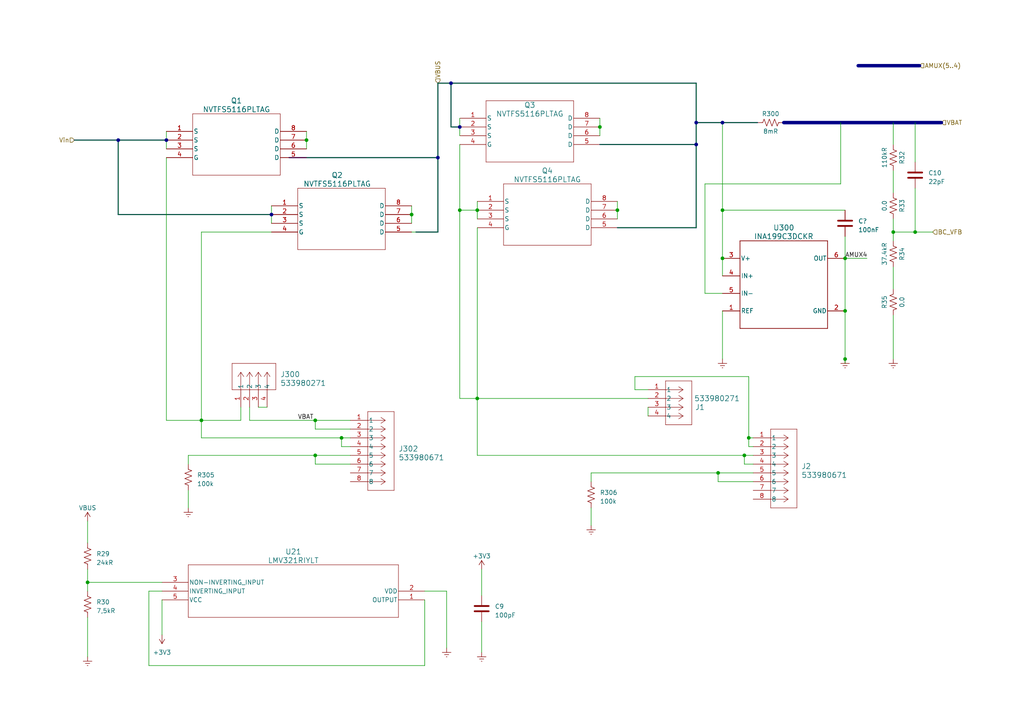
<source format=kicad_sch>
(kicad_sch (version 20230121) (generator eeschema)
  (paper "A4")
  (lib_symbols
    (symbol "533980271:533980271" (pin_names (offset 0.254))
      (property "Reference" "J" (at 8.89 6.35 0))
      (property "Value" "533980271" (at 0 0 0))
      (symbol "533980271_1_1"
        (polyline (pts (xy 5.08 -10.16) (xy 12.7 -10.16)) (stroke (width 0.127)))
        (polyline (pts (xy 5.08 2.54) (xy 5.08 -10.16)) (stroke (width 0.127)))
        (polyline (pts (xy 10.16 -7.62) (xy 5.08 -7.62)) (stroke (width 0.127)))
        (polyline (pts (xy 10.16 -7.62) (xy 8.89 -8.4667)) (stroke (width 0.127)))
        (polyline (pts (xy 10.16 -7.62) (xy 8.89 -6.7733)) (stroke (width 0.127)))
        (polyline (pts (xy 10.16 -5.08) (xy 5.08 -5.08)) (stroke (width 0.127)))
        (polyline (pts (xy 10.16 -5.08) (xy 8.89 -5.9267)) (stroke (width 0.127)))
        (polyline (pts (xy 10.16 -5.08) (xy 8.89 -4.2333)) (stroke (width 0.127)))
        (polyline (pts (xy 10.16 -2.54) (xy 5.08 -2.54)) (stroke (width 0.127)))
        (polyline (pts (xy 10.16 -2.54) (xy 8.89 -3.3867)) (stroke (width 0.127)))
        (polyline (pts (xy 10.16 -2.54) (xy 8.89 -1.6933)) (stroke (width 0.127)))
        (polyline (pts (xy 10.16 0) (xy 5.08 0)) (stroke (width 0.127)))
        (polyline (pts (xy 10.16 0) (xy 8.89 -0.8467)) (stroke (width 0.127)))
        (polyline (pts (xy 10.16 0) (xy 8.89 0.8467)) (stroke (width 0.127)))
        (polyline (pts (xy 12.7 -10.16) (xy 12.7 2.54)) (stroke (width 0.127)))
        (polyline (pts (xy 12.7 2.54) (xy 5.08 2.54)) (stroke (width 0.127)))
        (pin unspecified line (at 0 0 0) (length 5.08) (name "1") (number "1"))
        (pin unspecified line (at 0 -2.54 0) (length 5.08) (name "2") (number "2"))
        (pin unspecified line (at 0 -5.08 0) (length 5.08) (name "3") (number "3"))
        (pin unspecified line (at 0 -7.62 0) (length 5.08) (name "4") (number "4"))
      )
      (symbol "533980271_1_2"
        (polyline (pts (xy 5.08 -10.16) (xy 12.7 -10.16)) (stroke (width 0.127)))
        (polyline (pts (xy 5.08 2.54) (xy 5.08 -10.16)) (stroke (width 0.127)))
        (polyline (pts (xy 7.62 -7.62) (xy 5.08 -7.62)) (stroke (width 0.127)))
        (polyline (pts (xy 7.62 -7.62) (xy 8.89 -8.4667)) (stroke (width 0.127)))
        (polyline (pts (xy 7.62 -7.62) (xy 8.89 -6.7733)) (stroke (width 0.127)))
        (polyline (pts (xy 7.62 -5.08) (xy 5.08 -5.08)) (stroke (width 0.127)))
        (polyline (pts (xy 7.62 -5.08) (xy 8.89 -5.9267)) (stroke (width 0.127)))
        (polyline (pts (xy 7.62 -5.08) (xy 8.89 -4.2333)) (stroke (width 0.127)))
        (polyline (pts (xy 7.62 -2.54) (xy 5.08 -2.54)) (stroke (width 0.127)))
        (polyline (pts (xy 7.62 -2.54) (xy 8.89 -3.3867)) (stroke (width 0.127)))
        (polyline (pts (xy 7.62 -2.54) (xy 8.89 -1.6933)) (stroke (width 0.127)))
        (polyline (pts (xy 7.62 0) (xy 5.08 0)) (stroke (width 0.127)))
        (polyline (pts (xy 7.62 0) (xy 8.89 -0.8467)) (stroke (width 0.127)))
        (polyline (pts (xy 7.62 0) (xy 8.89 0.8467)) (stroke (width 0.127)))
        (polyline (pts (xy 12.7 -10.16) (xy 12.7 2.54)) (stroke (width 0.127)))
        (polyline (pts (xy 12.7 2.54) (xy 5.08 2.54)) (stroke (width 0.127)))
        (pin unspecified line (at 0 0 0) (length 5.08) (name "1") (number "1"))
        (pin unspecified line (at 0 -2.54 0) (length 5.08) (name "2") (number "2"))
        (pin unspecified line (at 0 -5.08 0) (length 5.08) (name "3") (number "3"))
        (pin unspecified line (at 0 -7.62 0) (length 5.08) (name "4") (number "4"))
      )
    )
    (symbol "533980671:533980671" (pin_names (offset 0.254))
      (property "Reference" "J" (at 8.89 6.35 0))
      (property "Value" "533980671" (at 0 0 0))
      (symbol "533980671_1_1"
        (polyline (pts (xy 5.08 -20.32) (xy 12.7 -20.32)) (stroke (width 0.127)))
        (polyline (pts (xy 5.08 2.54) (xy 5.08 -20.32)) (stroke (width 0.127)))
        (polyline (pts (xy 10.16 -17.78) (xy 5.08 -17.78)) (stroke (width 0.127)))
        (polyline (pts (xy 10.16 -17.78) (xy 8.89 -18.6267)) (stroke (width 0.127)))
        (polyline (pts (xy 10.16 -17.78) (xy 8.89 -16.9333)) (stroke (width 0.127)))
        (polyline (pts (xy 10.16 -15.24) (xy 5.08 -15.24)) (stroke (width 0.127)))
        (polyline (pts (xy 10.16 -15.24) (xy 8.89 -16.0867)) (stroke (width 0.127)))
        (polyline (pts (xy 10.16 -15.24) (xy 8.89 -14.3933)) (stroke (width 0.127)))
        (polyline (pts (xy 10.16 -12.7) (xy 5.08 -12.7)) (stroke (width 0.127)))
        (polyline (pts (xy 10.16 -12.7) (xy 8.89 -13.5467)) (stroke (width 0.127)))
        (polyline (pts (xy 10.16 -12.7) (xy 8.89 -11.8533)) (stroke (width 0.127)))
        (polyline (pts (xy 10.16 -10.16) (xy 5.08 -10.16)) (stroke (width 0.127)))
        (polyline (pts (xy 10.16 -10.16) (xy 8.89 -11.0067)) (stroke (width 0.127)))
        (polyline (pts (xy 10.16 -10.16) (xy 8.89 -9.3133)) (stroke (width 0.127)))
        (polyline (pts (xy 10.16 -7.62) (xy 5.08 -7.62)) (stroke (width 0.127)))
        (polyline (pts (xy 10.16 -7.62) (xy 8.89 -8.4667)) (stroke (width 0.127)))
        (polyline (pts (xy 10.16 -7.62) (xy 8.89 -6.7733)) (stroke (width 0.127)))
        (polyline (pts (xy 10.16 -5.08) (xy 5.08 -5.08)) (stroke (width 0.127)))
        (polyline (pts (xy 10.16 -5.08) (xy 8.89 -5.9267)) (stroke (width 0.127)))
        (polyline (pts (xy 10.16 -5.08) (xy 8.89 -4.2333)) (stroke (width 0.127)))
        (polyline (pts (xy 10.16 -2.54) (xy 5.08 -2.54)) (stroke (width 0.127)))
        (polyline (pts (xy 10.16 -2.54) (xy 8.89 -3.3867)) (stroke (width 0.127)))
        (polyline (pts (xy 10.16 -2.54) (xy 8.89 -1.6933)) (stroke (width 0.127)))
        (polyline (pts (xy 10.16 0) (xy 5.08 0)) (stroke (width 0.127)))
        (polyline (pts (xy 10.16 0) (xy 8.89 -0.8467)) (stroke (width 0.127)))
        (polyline (pts (xy 10.16 0) (xy 8.89 0.8467)) (stroke (width 0.127)))
        (polyline (pts (xy 12.7 -20.32) (xy 12.7 2.54)) (stroke (width 0.127)))
        (polyline (pts (xy 12.7 2.54) (xy 5.08 2.54)) (stroke (width 0.127)))
        (pin unspecified line (at 0 0 0) (length 5.08) (name "1") (number "1"))
        (pin unspecified line (at 0 -2.54 0) (length 5.08) (name "2") (number "2"))
        (pin unspecified line (at 0 -5.08 0) (length 5.08) (name "3") (number "3"))
        (pin unspecified line (at 0 -7.62 0) (length 5.08) (name "4") (number "4"))
        (pin unspecified line (at 0 -10.16 0) (length 5.08) (name "5") (number "5"))
        (pin unspecified line (at 0 -12.7 0) (length 5.08) (name "6") (number "6"))
        (pin unspecified line (at 0 -15.24 0) (length 5.08) (name "7") (number "7"))
        (pin unspecified line (at 0 -17.78 0) (length 5.08) (name "8") (number "8"))
      )
      (symbol "533980671_1_2"
        (polyline (pts (xy 5.08 -20.32) (xy 12.7 -20.32)) (stroke (width 0.127)))
        (polyline (pts (xy 5.08 2.54) (xy 5.08 -20.32)) (stroke (width 0.127)))
        (polyline (pts (xy 7.62 -17.78) (xy 5.08 -17.78)) (stroke (width 0.127)))
        (polyline (pts (xy 7.62 -17.78) (xy 8.89 -18.6267)) (stroke (width 0.127)))
        (polyline (pts (xy 7.62 -17.78) (xy 8.89 -16.9333)) (stroke (width 0.127)))
        (polyline (pts (xy 7.62 -15.24) (xy 5.08 -15.24)) (stroke (width 0.127)))
        (polyline (pts (xy 7.62 -15.24) (xy 8.89 -16.0867)) (stroke (width 0.127)))
        (polyline (pts (xy 7.62 -15.24) (xy 8.89 -14.3933)) (stroke (width 0.127)))
        (polyline (pts (xy 7.62 -12.7) (xy 5.08 -12.7)) (stroke (width 0.127)))
        (polyline (pts (xy 7.62 -12.7) (xy 8.89 -13.5467)) (stroke (width 0.127)))
        (polyline (pts (xy 7.62 -12.7) (xy 8.89 -11.8533)) (stroke (width 0.127)))
        (polyline (pts (xy 7.62 -10.16) (xy 5.08 -10.16)) (stroke (width 0.127)))
        (polyline (pts (xy 7.62 -10.16) (xy 8.89 -11.0067)) (stroke (width 0.127)))
        (polyline (pts (xy 7.62 -10.16) (xy 8.89 -9.3133)) (stroke (width 0.127)))
        (polyline (pts (xy 7.62 -7.62) (xy 5.08 -7.62)) (stroke (width 0.127)))
        (polyline (pts (xy 7.62 -7.62) (xy 8.89 -8.4667)) (stroke (width 0.127)))
        (polyline (pts (xy 7.62 -7.62) (xy 8.89 -6.7733)) (stroke (width 0.127)))
        (polyline (pts (xy 7.62 -5.08) (xy 5.08 -5.08)) (stroke (width 0.127)))
        (polyline (pts (xy 7.62 -5.08) (xy 8.89 -5.9267)) (stroke (width 0.127)))
        (polyline (pts (xy 7.62 -5.08) (xy 8.89 -4.2333)) (stroke (width 0.127)))
        (polyline (pts (xy 7.62 -2.54) (xy 5.08 -2.54)) (stroke (width 0.127)))
        (polyline (pts (xy 7.62 -2.54) (xy 8.89 -3.3867)) (stroke (width 0.127)))
        (polyline (pts (xy 7.62 -2.54) (xy 8.89 -1.6933)) (stroke (width 0.127)))
        (polyline (pts (xy 7.62 0) (xy 5.08 0)) (stroke (width 0.127)))
        (polyline (pts (xy 7.62 0) (xy 8.89 -0.8467)) (stroke (width 0.127)))
        (polyline (pts (xy 7.62 0) (xy 8.89 0.8467)) (stroke (width 0.127)))
        (polyline (pts (xy 12.7 -20.32) (xy 12.7 2.54)) (stroke (width 0.127)))
        (polyline (pts (xy 12.7 2.54) (xy 5.08 2.54)) (stroke (width 0.127)))
        (pin unspecified line (at 0 0 0) (length 5.08) (name "1") (number "1"))
        (pin unspecified line (at 0 -2.54 0) (length 5.08) (name "2") (number "2"))
        (pin unspecified line (at 0 -5.08 0) (length 5.08) (name "3") (number "3"))
        (pin unspecified line (at 0 -7.62 0) (length 5.08) (name "4") (number "4"))
        (pin unspecified line (at 0 -10.16 0) (length 5.08) (name "5") (number "5"))
        (pin unspecified line (at 0 -12.7 0) (length 5.08) (name "6") (number "6"))
        (pin unspecified line (at 0 -15.24 0) (length 5.08) (name "7") (number "7"))
        (pin unspecified line (at 0 -17.78 0) (length 5.08) (name "8") (number "8"))
      )
    )
    (symbol "Device:C" (pin_numbers hide) (pin_names (offset 0.254))
      (property "Reference" "C" (at 0.635 2.54 0))
      (property "Value" "C" (at 0.635 -2.54 0))
      (symbol "C_0_1"
        (polyline (pts (xy -2.032 -0.762) (xy 2.032 -0.762)) (stroke (width 0.508)))
        (polyline (pts (xy -2.032 0.762) (xy 2.032 0.762)) (stroke (width 0.508)))
      )
      (symbol "C_1_1"
        (pin passive line (at 0 3.81 270) (length 2.794) (name "~") (number "1"))
        (pin passive line (at 0 -3.81 90) (length 2.794) (name "~") (number "2"))
      )
    )
    (symbol "Device:R_US" (pin_numbers hide) (pin_names (offset 0))
      (property "Reference" "R" (at 2.54 0 90))
      (property "Value" "R_US" (at -2.54 0 90))
      (symbol "R_US_0_1"
        (polyline (pts (xy 0 -2.286) (xy 0 -2.54)))
        (polyline (pts (xy 0 2.286) (xy 0 2.54)))
        (polyline (pts (xy 0 -0.762) (xy 1.016 -1.143) (xy 0 -1.524) (xy -1.016 -1.905) (xy 0 -2.286)))
        (polyline (pts (xy 0 0.762) (xy 1.016 0.381) (xy 0 0) (xy -1.016 -0.381) (xy 0 -0.762)))
        (polyline (pts (xy 0 2.286) (xy 1.016 1.905) (xy 0 1.524) (xy -1.016 1.143) (xy 0 0.762)))
      )
      (symbol "R_US_1_1"
        (pin passive line (at 0 3.81 270) (length 1.27) (name "~") (number "1"))
        (pin passive line (at 0 -3.81 90) (length 1.27) (name "~") (number "2"))
      )
    )
    (symbol "INA199C3DCKR:INA199C3DCKR" (pin_names (offset 0.254))
      (property "Reference" "U" (at 0 2.54 0))
      (property "Value" "INA199C3DCKR" (at 0 0 0))
      (symbol "INA199C3DCKR_0_1"
        (polyline (pts (xy -12.7 -12.7) (xy 12.7 -12.7)) (stroke (width 0.2032)))
        (polyline (pts (xy -12.7 12.7) (xy -12.7 -12.7)) (stroke (width 0.2032)))
        (polyline (pts (xy 12.7 -12.7) (xy 12.7 12.7)) (stroke (width 0.2032)))
        (polyline (pts (xy 12.7 12.7) (xy -12.7 12.7)) (stroke (width 0.2032)))
        (pin input line (at -17.78 -7.62 0) (length 5.08) (name "REF") (number "1"))
        (pin power_in line (at 17.78 -7.62 180) (length 5.08) (name "GND") (number "2"))
        (pin power_in line (at -17.78 7.62 0) (length 5.08) (name "V+") (number "3"))
        (pin input line (at -17.78 2.54 0) (length 5.08) (name "IN+") (number "4"))
        (pin input line (at -17.78 -2.54 0) (length 5.08) (name "IN-") (number "5"))
        (pin output line (at 17.78 7.62 180) (length 5.08) (name "OUT") (number "6"))
      )
    )
    (symbol "LMV321RIYLT:LMV321RIYLT" (pin_names (offset 0.254))
      (property "Reference" "U" (at 38.1 10.16 0))
      (property "Value" "LMV321RIYLT" (at 38.1 7.62 0))
      (symbol "LMV321RIYLT_0_1"
        (polyline (pts (xy 7.62 -10.16) (xy 68.58 -10.16)) (stroke (width 0.127)))
        (polyline (pts (xy 7.62 5.08) (xy 7.62 -10.16)) (stroke (width 0.127)))
        (polyline (pts (xy 68.58 -10.16) (xy 68.58 5.08)) (stroke (width 0.127)))
        (polyline (pts (xy 68.58 5.08) (xy 7.62 5.08)) (stroke (width 0.127)))
        (pin output line (at 0 0 0) (length 7.62) (name "OUTPUT") (number "1"))
        (pin power_in line (at 0 -2.54 0) (length 7.62) (name "VDD") (number "2"))
        (pin input line (at 76.2 -5.08 180) (length 7.62) (name "NON-INVERTING_INPUT") (number "3"))
        (pin input line (at 76.2 -2.54 180) (length 7.62) (name "INVERTING_INPUT") (number "4"))
        (pin power_in line (at 76.2 0 180) (length 7.62) (name "VCC") (number "5"))
      )
    )
    (symbol "NVTFS5116PLTAG:NVTFS5116PLTAG" (pin_names (offset 0.254))
      (property "Reference" "U" (at 20.32 10.16 0))
      (property "Value" "NVTFS5116PLTAG" (at 20.32 7.62 0))
      (symbol "NVTFS5116PLTAG_0_1"
        (polyline (pts (xy 7.62 -12.7) (xy 33.02 -12.7)) (stroke (width 0.127)))
        (polyline (pts (xy 7.62 5.08) (xy 7.62 -12.7)) (stroke (width 0.127)))
        (polyline (pts (xy 33.02 -12.7) (xy 33.02 5.08)) (stroke (width 0.127)))
        (polyline (pts (xy 33.02 5.08) (xy 7.62 5.08)) (stroke (width 0.127)))
        (pin input line (at 0 0 0) (length 7.62) (name "S") (number "1"))
        (pin input line (at 0 -2.54 0) (length 7.62) (name "S") (number "2"))
        (pin input line (at 0 -5.08 0) (length 7.62) (name "S") (number "3"))
        (pin unspecified line (at 0 -7.62 0) (length 7.62) (name "G") (number "4"))
        (pin output line (at 40.64 -7.62 180) (length 7.62) (name "D") (number "5"))
        (pin output line (at 40.64 -5.08 180) (length 7.62) (name "D") (number "6"))
        (pin output line (at 40.64 -2.54 180) (length 7.62) (name "D") (number "7"))
        (pin output line (at 40.64 0 180) (length 7.62) (name "D") (number "8"))
      )
    )
    (symbol "power:+3V3" (power) (pin_names (offset 0))
      (property "Value" "+3V3" (at 0 3.556 0))
      (symbol "+3V3_0_1"
        (polyline (pts (xy -0.762 1.27) (xy 0 2.54)))
        (polyline (pts (xy 0 0) (xy 0 2.54)))
        (polyline (pts (xy 0 2.54) (xy 0.762 1.27)))
      )
      (symbol "+3V3_1_1"
        (pin power_in line (at 0 0 90) (length 0) hide (name "+3V3") (number "1"))
      )
    )
    (symbol "power:Earth" (power) (pin_names (offset 0))
      (symbol "Earth_0_1"
        (polyline (pts (xy -0.635 -1.905) (xy 0.635 -1.905)))
        (polyline (pts (xy -0.127 -2.54) (xy 0.127 -2.54)))
        (polyline (pts (xy 0 -1.27) (xy 0 0)))
        (polyline (pts (xy 1.27 -1.27) (xy -1.27 -1.27)))
      )
      (symbol "Earth_1_1"
        (pin power_in line (at 0 0 270) (length 0) hide (name "Earth") (number "1"))
      )
    )
    (symbol "power:VBUS" (power) (pin_names (offset 0))
      (property "Value" "VBUS" (at 0 3.81 0))
      (symbol "VBUS_0_1"
        (polyline (pts (xy -0.762 1.27) (xy 0 2.54)))
        (polyline (pts (xy 0 0) (xy 0 2.54)))
        (polyline (pts (xy 0 2.54) (xy 0.762 1.27)))
      )
      (symbol "VBUS_1_1"
        (pin power_in line (at 0 0 90) (length 0) hide (name "VBUS") (number "1"))
      )
    )
  )
  (junction (at 48.26 40.64))
  (junction (at 130.81 24.13))
  (junction (at 34.29 40.64))
  (junction (at 208.28 137.16))
  (junction (at 209.55 35.56))
  (junction (at 78.74 62.23))
  (junction (at 91.44 132.08))
  (junction (at 201.93 41.91))
  (junction (at 259.08 67.31))
  (junction (at 133.35 60.96))
  (junction (at 58.42 121.92))
  (junction (at 209.55 60.96))
  (junction (at 245.11 90.17))
  (junction (at 119.38 62.23))
  (junction (at 138.43 115.57))
  (junction (at 173.99 36.83))
  (junction (at 215.9 132.08))
  (junction (at 245.11 104.14))
  (junction (at 209.55 74.93))
  (junction (at 245.11 74.93))
  (junction (at 88.9 40.64))
  (junction (at 201.93 35.56))
  (junction (at 127 45.72))
  (junction (at 25.4 168.91))
  (junction (at 99.06 127))
  (junction (at 91.44 121.92))
  (junction (at 217.17 127))
  (junction (at 265.43 67.31))
  (junction (at 133.35 36.83))
  (junction (at 179.07 60.96))
  (junction (at 138.43 60.96))
  (bus (pts (xy 21.59 40.64) (xy 34.29 40.64)))
  (bus (pts (xy 201.93 35.56) (xy 209.55 35.56)))
  (wire (pts (xy 21.59 40.64) (xy 34.29 40.64)))
  (wire (pts (xy 43.18 171.45) (xy 46.99 171.45)))
  (wire (pts (xy 101.6 134.62) (xy 91.44 134.62)))
  (wire (pts (xy 127 45.72) (xy 127 67.31)))
  (wire (pts (xy 101.6 127) (xy 99.06 127)))
  (wire (pts (xy 25.4 151.13) (xy 25.4 157.48)))
  (wire (pts (xy 91.44 121.92) (xy 101.6 121.92)))
  (wire (pts (xy 48.26 38.1) (xy 48.26 40.64)))
  (bus (pts (xy 83.82 45.72) (xy 127 45.72)))
  (bus (pts (xy 227.33 35.56) (xy 273.05 35.56)) (stroke (width 1)))
  (wire (pts (xy 245.11 74.93) (xy 251.46 74.93)))
  (wire (pts (xy 25.4 165.1) (xy 25.4 168.91)))
  (wire (pts (xy 91.44 124.46) (xy 91.44 121.92)))
  (wire (pts (xy 119.38 67.31) (xy 127 67.31)))
  (wire (pts (xy 78.74 62.23) (xy 78.74 64.77)))
  (wire (pts (xy 179.07 58.42) (xy 179.07 60.96)))
  (wire (pts (xy 201.93 41.91) (xy 201.93 66.04)))
  (wire (pts (xy 54.61 132.08) (xy 91.44 132.08)))
  (wire (pts (xy 127 24.13) (xy 130.81 24.13)))
  (wire (pts (xy 138.43 132.08) (xy 138.43 115.57)))
  (bus (pts (xy 173.99 41.91) (xy 201.93 41.91)))
  (bus (pts (xy 34.29 40.64) (xy 48.26 40.64)))
  (wire (pts (xy 259.08 35.56) (xy 259.08 41.91)))
  (bus (pts (xy 34.29 40.64) (xy 34.29 62.23)))
  (wire (pts (xy 25.4 168.91) (xy 25.4 171.45)))
  (wire (pts (xy 209.55 85.09) (xy 204.47 85.09)))
  (wire (pts (xy 218.44 129.54) (xy 217.17 129.54)))
  (wire (pts (xy 217.17 129.54) (xy 217.17 127)))
  (wire (pts (xy 88.9 38.1) (xy 88.9 40.64)))
  (wire (pts (xy 130.81 36.83) (xy 130.81 24.13)))
  (wire (pts (xy 58.42 121.92) (xy 69.85 121.92)))
  (wire (pts (xy 78.74 59.69) (xy 78.74 62.23)))
  (wire (pts (xy 130.81 24.13) (xy 201.93 24.13)))
  (wire (pts (xy 91.44 132.08) (xy 101.6 132.08)))
  (wire (pts (xy 173.99 41.91) (xy 201.93 41.91)))
  (bus (pts (xy 201.93 35.56) (xy 201.93 41.91)))
  (wire (pts (xy 43.18 193.04) (xy 123.19 193.04)))
  (wire (pts (xy 201.93 66.04) (xy 179.07 66.04)))
  (wire (pts (xy 138.43 60.96) (xy 138.43 63.5)))
  (wire (pts (xy 58.42 121.92) (xy 58.42 127)))
  (bus (pts (xy 201.93 24.13) (xy 201.93 35.56)))
  (wire (pts (xy 123.19 171.45) (xy 129.54 171.45)))
  (wire (pts (xy 58.42 67.31) (xy 78.74 67.31)))
  (wire (pts (xy 43.18 193.04) (xy 43.18 171.45)))
  (wire (pts (xy 48.26 121.92) (xy 58.42 121.92)))
  (wire (pts (xy 201.93 24.13) (xy 201.93 35.56)))
  (wire (pts (xy 46.99 168.91) (xy 25.4 168.91)))
  (wire (pts (xy 215.9 134.62) (xy 215.9 132.08)))
  (wire (pts (xy 259.08 67.31) (xy 259.08 69.85)))
  (wire (pts (xy 265.43 46.99) (xy 265.43 35.56)))
  (wire (pts (xy 209.55 74.93) (xy 209.55 80.01)))
  (wire (pts (xy 259.08 67.31) (xy 265.43 67.31)))
  (wire (pts (xy 58.42 67.31) (xy 58.42 121.92)))
  (wire (pts (xy 259.08 77.47) (xy 259.08 83.82)))
  (wire (pts (xy 138.43 115.57) (xy 187.96 115.57)))
  (wire (pts (xy 245.11 104.14) (xy 245.11 105.41)))
  (wire (pts (xy 88.9 45.72) (xy 127 45.72)))
  (wire (pts (xy 133.35 60.96) (xy 138.43 60.96)))
  (wire (pts (xy 54.61 132.08) (xy 54.61 134.62)))
  (wire (pts (xy 78.74 62.23) (xy 34.29 62.23)))
  (wire (pts (xy 91.44 134.62) (xy 91.44 132.08)))
  (bus (pts (xy 209.55 35.56) (xy 219.71 35.56)))
  (wire (pts (xy 129.54 171.45) (xy 129.54 187.96)))
  (wire (pts (xy 184.15 109.22) (xy 217.17 109.22)))
  (wire (pts (xy 138.43 66.04) (xy 138.43 115.57)))
  (wire (pts (xy 204.47 85.09) (xy 204.47 53.34)))
  (bus (pts (xy 201.93 66.04) (xy 201.93 41.91)))
  (wire (pts (xy 171.45 137.16) (xy 208.28 137.16)))
  (wire (pts (xy 209.55 60.96) (xy 245.11 60.96)))
  (wire (pts (xy 133.35 115.57) (xy 138.43 115.57)))
  (wire (pts (xy 74.93 118.11) (xy 77.47 118.11)))
  (wire (pts (xy 208.28 137.16) (xy 218.44 137.16)))
  (wire (pts (xy 133.35 60.96) (xy 133.35 115.57)))
  (wire (pts (xy 34.29 62.23) (xy 34.29 40.64)))
  (bus (pts (xy 127 24.13) (xy 127 45.72)))
  (wire (pts (xy 54.61 147.32) (xy 54.61 142.24)))
  (wire (pts (xy 243.84 53.34) (xy 243.84 35.56)))
  (wire (pts (xy 69.85 118.11) (xy 69.85 121.92)))
  (wire (pts (xy 88.9 40.64) (xy 88.9 43.18)))
  (wire (pts (xy 187.96 118.11) (xy 187.96 120.65)))
  (wire (pts (xy 138.43 58.42) (xy 138.43 60.96)))
  (bus (pts (xy 248.92 19.05) (xy 266.7 19.05)) (stroke (width 1)))
  (wire (pts (xy 119.38 59.69) (xy 119.38 62.23)))
  (wire (pts (xy 123.19 193.04) (xy 123.19 173.99)))
  (wire (pts (xy 99.06 129.54) (xy 99.06 127)))
  (wire (pts (xy 58.42 127) (xy 99.06 127)))
  (wire (pts (xy 179.07 60.96) (xy 179.07 63.5)))
  (wire (pts (xy 139.7 165.1) (xy 139.7 172.72)))
  (wire (pts (xy 48.26 45.72) (xy 48.26 121.92)))
  (wire (pts (xy 218.44 132.08) (xy 215.9 132.08)))
  (wire (pts (xy 138.43 132.08) (xy 215.9 132.08)))
  (wire (pts (xy 265.43 67.31) (xy 270.51 67.31)))
  (bus (pts (xy 127 67.31) (xy 127 45.72)))
  (wire (pts (xy 218.44 134.62) (xy 215.9 134.62)))
  (wire (pts (xy 208.28 139.7) (xy 208.28 137.16)))
  (wire (pts (xy 34.29 40.64) (xy 48.26 40.64)))
  (bus (pts (xy 130.81 36.83) (xy 133.35 36.83)))
  (wire (pts (xy 173.99 36.83) (xy 173.99 39.37)))
  (wire (pts (xy 259.08 91.44) (xy 259.08 104.14)))
  (wire (pts (xy 187.96 113.03) (xy 184.15 113.03)))
  (wire (pts (xy 217.17 127) (xy 218.44 127)))
  (wire (pts (xy 209.55 90.17) (xy 209.55 104.14)))
  (bus (pts (xy 179.07 66.04) (xy 201.93 66.04)))
  (bus (pts (xy 127 24.13) (xy 130.81 24.13)))
  (wire (pts (xy 184.15 113.03) (xy 184.15 109.22)))
  (wire (pts (xy 245.11 74.93) (xy 245.11 90.17)))
  (wire (pts (xy 139.7 180.34) (xy 139.7 189.23)))
  (wire (pts (xy 245.11 90.17) (xy 245.11 104.14)))
  (wire (pts (xy 133.35 34.29) (xy 133.35 36.83)))
  (wire (pts (xy 209.55 35.56) (xy 209.55 60.96)))
  (wire (pts (xy 72.39 118.11) (xy 72.39 121.92)))
  (wire (pts (xy 201.93 35.56) (xy 209.55 35.56)))
  (wire (pts (xy 218.44 139.7) (xy 208.28 139.7)))
  (wire (pts (xy 245.11 68.58) (xy 245.11 74.93)))
  (bus (pts (xy 34.29 62.23) (xy 78.74 62.23)))
  (wire (pts (xy 201.93 35.56) (xy 201.93 41.91)))
  (wire (pts (xy 171.45 137.16) (xy 171.45 139.7)))
  (bus (pts (xy 120.65 67.31) (xy 127 67.31)))
  (wire (pts (xy 204.47 53.34) (xy 243.84 53.34)))
  (wire (pts (xy 209.55 60.96) (xy 209.55 74.93)))
  (wire (pts (xy 265.43 67.31) (xy 265.43 54.61)))
  (wire (pts (xy 48.26 40.64) (xy 48.26 43.18)))
  (wire (pts (xy 133.35 41.91) (xy 133.35 60.96)))
  (wire (pts (xy 119.38 62.23) (xy 119.38 64.77)))
  (bus (pts (xy 130.81 24.13) (xy 201.93 24.13)))
  (wire (pts (xy 72.39 121.92) (xy 91.44 121.92)))
  (wire (pts (xy 259.08 63.5) (xy 259.08 67.31)))
  (wire (pts (xy 25.4 190.5) (xy 25.4 179.07)))
  (wire (pts (xy 133.35 36.83) (xy 130.81 36.83)))
  (wire (pts (xy 259.08 49.53) (xy 259.08 55.88)))
  (wire (pts (xy 217.17 109.22) (xy 217.17 127)))
  (wire (pts (xy 209.55 35.56) (xy 219.71 35.56)))
  (wire (pts (xy 133.35 36.83) (xy 133.35 39.37)))
  (wire (pts (xy 171.45 152.4) (xy 171.45 147.32)))
  (wire (pts (xy 127 45.72) (xy 127 24.13)))
  (wire (pts (xy 101.6 124.46) (xy 91.44 124.46)))
  (wire (pts (xy 46.99 173.99) (xy 46.99 184.15)))
  (wire (pts (xy 101.6 129.54) (xy 99.06 129.54)))
  (bus (pts (xy 130.81 24.13) (xy 130.81 36.83)))
  (wire (pts (xy 173.99 34.29) (xy 173.99 36.83)))
  (label "VBAT" (at 86.36 121.92 0))
  (label "AMUX4" (at 245.11 74.93 0))
  (hierarchical_label "BC_VFB" (shape input) (at 270.51 67.31 0))
  (hierarchical_label "Vin" (shape input) (at 21.59 40.64 180))
  (hierarchical_label "AMUX(5..4)" (shape input) (at 266.7 19.05 0))
  (hierarchical_label "VBAT" (shape input) (at 273.05 35.56 0))
  (hierarchical_label "VBUS" (shape input) (at 127 24.13 90))
  (symbol (lib_id "533980271:533980271") (at 69.85 118.11 90) (unit 1)
    (property "Reference" "J300" (at 81.28 108.585 90) (effects (font (size 1.524 1.524)) (justify right)))
    (property "Value" "533980271" (at 81.28 111.125 90) (effects (font (size 1.524 1.524)) (justify right)))
    (property "Footprint" "CON_533980271" (effects hide))
    (property "Datasheet" "533980271" (effects hide))
    (instances (project "EPS Analógico 2.0" (path "" (reference "J300") (unit 1)) (path "" (reference "J15") (unit 1))) (project "Pag4" (path "" (reference "J1") (unit 1))))
  )
  (symbol (lib_id "INA199C3DCKR:INA199C3DCKR") (at 227.33 82.55 0) (unit 1)
    (property "Reference" "U300" (at 227.33 66.04 0) (effects (font (size 1.524 1.524))))
    (property "Value" "INA199C3DCKR" (at 227.33 68.58 0) (effects (font (size 1.524 1.524))))
    (property "Footprint" "DCK0006A_N" (effects hide))
    (property "Datasheet" "INA199C3DCKR" (effects hide))
    (instances (project "EPS Analógico 2.0" (path "" (reference "U300") (unit 1)) (path "" (reference "U38") (unit 1))) (project "Pag4" (path "" (reference "U2") (unit 1))) (project "esquematico 3" (path "" (reference "U300") (unit 1))))
  )
  (symbol (lib_id "Device:C") (at 245.11 64.77 0) (unit 1)
    (property "Reference" "C?" (at 248.92 64.135 0) (effects (justify left)))
    (property "Value" "100nF" (at 248.92 66.675 0) (effects (justify left)))
    (instances (project "EPS Analógico 2.0" (path "" (reference "C?") (unit 1)) (path "" (reference "C96") (unit 1))) (project "Pag4" (path "" (reference "C2") (unit 1))) (project "esquematico 3" (path "" (reference "C300") (unit 1))))
  )
  (symbol (lib_id "Device:C") (at 139.7 176.53 0) (unit 1)
    (property "Reference" "C9" (at 143.51 175.895 0) (effects (justify left)))
    (property "Value" "100pF" (at 143.51 178.435 0) (effects (justify left)))
    (instances (project "EPS Analógico 2.0" (path "" (reference "C9") (unit 1)) (path "" (reference "C95") (unit 1))) (project "Pag4" (path "" (reference "C1") (unit 1))) (project "esquematico 3" (path "" (reference "C301") (unit 1))))
  )
  (symbol (lib_id "Device:R_US") (at 223.52 35.56 90) (unit 1)
    (property "Reference" "R300" (at 223.52 33.02 90))
    (property "Value" "8mR" (at 223.52 38.1 90))
    (instances (project "EPS Analógico 2.0" (path "" (reference "R300") (unit 1)) (path "" (reference "R116") (unit 1))) (project "Pag4" (path "" (reference "R5") (unit 1))) (project "esquematico 3" (path "" (reference "R300") (unit 1))))
  )
  (symbol (lib_id "NVTFS5116PLTAG:NVTFS5116PLTAG") (at 78.74 59.69 0) (unit 1)
    (property "Reference" "Q2" (at 97.79 50.8 0) (effects (font (size 1.524 1.524))))
    (property "Value" "NVTFS5116PLTAG" (at 97.79 53.34 0) (effects (font (size 1.524 1.524))))
    (property "Footprint" "WDFN8_3P30X3P30_ONS" (effects hide))
    (property "Datasheet" "NVTFS5116PLTAG" (effects hide))
    (instances (project "EPS Analógico 2.0" (path "" (reference "Q2") (unit 1)) (path "" (reference "Q19") (unit 1))) (project "Pag4" (path "" (reference "Q2") (unit 1))) (project "esquematico 3" (path "" (reference "Q302") (unit 1))))
  )
  (symbol (lib_id "power:Earth") (at 171.45 152.4 0) (unit 1)
    (property "Reference" "#PWR072" (effects hide))
    (property "Value" "Earth" (effects hide))
    (instances (project "EPS Analógico 2.0" (path "" (reference "#PWR072") (unit 1)) (path "" (reference "#PWR0128") (unit 1))) (project "Pag4" (path "" (reference "#PWR08") (unit 1))) (project "esquematico 3" (path "" (reference "#PWR01") (unit 1))))
  )
  (symbol (lib_id "power:+3V3") (at 139.7 165.1 0) (unit 1)
    (property "Reference" "#PWR040" (effects hide))
    (property "Value" "+3V3" (at 139.7 161.29 0))
    (instances (project "EPS Analógico 2.0" (path "" (reference "#PWR040") (unit 1)) (path "" (reference "#PWR0126") (unit 1))) (project "Pag4" (path "" (reference "#PWR06") (unit 1))) (project "esquematico 3" (path "" (reference "#PWR03") (unit 1))))
  )
  (symbol (lib_id "533980671:533980671") (at 101.6 121.92 0) (unit 1)
    (property "Reference" "J302" (at 115.57 130.175 0) (effects (font (size 1.524 1.524)) (justify left)))
    (property "Value" "533980671" (at 115.57 132.715 0) (effects (font (size 1.524 1.524)) (justify left)))
    (property "Footprint" "CON_533980671" (effects hide))
    (property "Datasheet" "533980671" (effects hide))
    (instances (project "EPS Analógico 2.0" (path "" (reference "J302") (unit 1)) (path "" (reference "J16") (unit 1))) (project "Pag4" (path "" (reference "J2") (unit 1))))
  )
  (symbol (lib_id "Device:C") (at 265.43 50.8 0) (unit 1)
    (property "Reference" "C10" (at 269.24 50.165 0) (effects (justify left)))
    (property "Value" "22pF" (at 269.24 52.705 0) (effects (justify left)))
    (instances (project "EPS Analógico 2.0" (path "" (reference "C10") (unit 1)) (path "" (reference "C97") (unit 1))) (project "Pag4" (path "" (reference "C3") (unit 1))) (project "esquematico 3" (path "" (reference "C300") (unit 1))))
  )
  (symbol (lib_id "Device:R_US") (at 171.45 143.51 0) (unit 1)
    (property "Reference" "R306" (at 173.99 142.875 0) (effects (justify left)))
    (property "Value" "100k" (at 173.99 145.415 0) (effects (justify left)))
    (instances (project "EPS Analógico 2.0" (path "" (reference "R306") (unit 1)) (path "" (reference "R115") (unit 1))) (project "Pag4" (path "" (reference "R4") (unit 1))) (project "esquematico 3" (path "" (reference "R308") (unit 1))))
  )
  (symbol (lib_id "power:Earth") (at 54.61 147.32 0) (unit 1)
    (property "Reference" "#PWR071" (effects hide))
    (property "Value" "Earth" (effects hide))
    (instances (project "EPS Analógico 2.0" (path "" (reference "#PWR071") (unit 1)) (path "" (reference "#PWR0124") (unit 1))) (project "Pag4" (path "" (reference "#PWR04") (unit 1))) (project "esquematico 3" (path "" (reference "#PWR01") (unit 1))))
  )
  (symbol (lib_id "power:+3V3") (at 46.99 184.15 180) (unit 1)
    (property "Reference" "#PWR037" (effects hide))
    (property "Value" "+3V3" (at 46.99 189.23 0))
    (instances (project "EPS Analógico 2.0" (path "" (reference "#PWR037") (unit 1)) (path "" (reference "#PWR0123") (unit 1))) (project "Pag4" (path "" (reference "#PWR03") (unit 1))) (project "esquematico 3" (path "" (reference "#PWR04") (unit 1))))
  )
  (symbol (lib_id "power:Earth") (at 209.55 104.14 0) (unit 1)
    (property "Reference" "#PWR042" (effects hide))
    (property "Value" "Earth" (effects hide))
    (instances (project "EPS Analógico 2.0" (path "" (reference "#PWR042") (unit 1)) (path "" (reference "#PWR0129") (unit 1))) (project "Pag4" (path "" (reference "#PWR09") (unit 1))) (project "esquematico 3" (path "" (reference "#PWR09") (unit 1))))
  )
  (symbol (lib_id "Device:R_US") (at 259.08 59.69 0) (unit 1)
    (property "Reference" "R33" (at 261.62 59.69 90))
    (property "Value" "0.0" (at 256.54 59.69 90))
    (instances (project "EPS Analógico 2.0" (path "" (reference "R33") (unit 1)) (path "" (reference "R118") (unit 1))) (project "Pag4" (path "" (reference "R7") (unit 1))) (project "esquematico 3" (path "" (reference "R302") (unit 1))))
  )
  (symbol (lib_id "Device:R_US") (at 259.08 45.72 0) (unit 1)
    (property "Reference" "R32" (at 261.62 45.72 90))
    (property "Value" "110kR" (at 256.54 45.72 90))
    (instances (project "EPS Analógico 2.0" (path "" (reference "R32") (unit 1)) (path "" (reference "R117") (unit 1))) (project "Pag4" (path "" (reference "R6") (unit 1))) (project "esquematico 3" (path "" (reference "R301") (unit 1))))
  )
  (symbol (lib_id "Device:R_US") (at 25.4 175.26 0) (unit 1)
    (property "Reference" "R30" (at 27.94 174.625 0) (effects (justify left)))
    (property "Value" "7,5kR" (at 27.94 177.165 0) (effects (justify left)))
    (instances (project "EPS Analógico 2.0" (path "" (reference "R30") (unit 1)) (path "" (reference "R113") (unit 1))) (project "Pag4" (path "" (reference "R2") (unit 1))) (project "esquematico 3" (path "" (reference "R308") (unit 1))))
  )
  (symbol (lib_id "Device:R_US") (at 25.4 161.29 0) (unit 1)
    (property "Reference" "R29" (at 27.94 160.655 0) (effects (justify left)))
    (property "Value" "24kR" (at 27.94 163.195 0) (effects (justify left)))
    (instances (project "EPS Analógico 2.0" (path "" (reference "R29") (unit 1)) (path "" (reference "R112") (unit 1))) (project "Pag4" (path "" (reference "R1") (unit 1))) (project "esquematico 3" (path "" (reference "R307") (unit 1))))
  )
  (symbol (lib_id "NVTFS5116PLTAG:NVTFS5116PLTAG") (at 138.43 58.42 0) (unit 1)
    (property "Reference" "Q4" (at 158.75 49.53 0) (effects (font (size 1.524 1.524))))
    (property "Value" "NVTFS5116PLTAG" (at 158.75 52.07 0) (effects (font (size 1.524 1.524))))
    (property "Footprint" "WDFN8_3P30X3P30_ONS" (effects hide))
    (property "Datasheet" "NVTFS5116PLTAG" (effects hide))
    (instances (project "EPS Analógico 2.0" (path "" (reference "Q4") (unit 1)) (path "" (reference "Q21") (unit 1))) (project "Pag4" (path "" (reference "Q4") (unit 1))) (project "esquematico 3" (path "" (reference "Q303") (unit 1))))
  )
  (symbol (lib_id "power:Earth") (at 245.11 104.14 0) (unit 1)
    (property "Reference" "#PWR043" (effects hide))
    (property "Value" "Earth" (effects hide))
    (instances (project "EPS Analógico 2.0" (path "" (reference "#PWR043") (unit 1)) (path "" (reference "#PWR0130") (unit 1))) (project "Pag4" (path "" (reference "#PWR010") (unit 1))) (project "esquematico 3" (path "" (reference "#PWR08") (unit 1))))
  )
  (symbol (lib_id "Device:R_US") (at 54.61 138.43 0) (unit 1)
    (property "Reference" "R305" (at 57.15 137.795 0) (effects (justify left)))
    (property "Value" "100k" (at 57.15 140.335 0) (effects (justify left)))
    (instances (project "EPS Analógico 2.0" (path "" (reference "R305") (unit 1)) (path "" (reference "R114") (unit 1))) (project "Pag4" (path "" (reference "R3") (unit 1))) (project "esquematico 3" (path "" (reference "R308") (unit 1))))
  )
  (symbol (lib_id "533980271:533980271") (at 187.96 113.03 0) (unit 1)
    (property "Reference" "J1" (at 204.47 118.11 0) (effects (font (size 1.524 1.524)) (justify right)))
    (property "Value" "533980271" (at 214.63 115.57 0) (effects (font (size 1.524 1.524)) (justify right)))
    (property "Footprint" "CON_533980271" (effects hide))
    (property "Datasheet" "533980271" (effects hide))
    (instances (project "EPS Analógico 2.0" (path "" (reference "J1") (unit 1)) (path "" (reference "J17") (unit 1))) (project "Pag4" (path "" (reference "J3") (unit 1))))
  )
  (symbol (lib_id "Device:R_US") (at 259.08 73.66 0) (unit 1)
    (property "Reference" "R34" (at 261.62 73.66 90))
    (property "Value" "37.4kR" (at 256.54 73.66 90))
    (instances (project "EPS Analógico 2.0" (path "" (reference "R34") (unit 1)) (path "" (reference "R119") (unit 1))) (project "Pag4" (path "" (reference "R8") (unit 1))) (project "esquematico 3" (path "" (reference "R303") (unit 1))))
  )
  (symbol (lib_id "Device:R_US") (at 259.08 87.63 0) (mirror y) (unit 1)
    (property "Reference" "R35" (at 256.54 87.63 90))
    (property "Value" "0.0" (at 261.62 87.63 90))
    (instances (project "EPS Analógico 2.0" (path "" (reference "R35") (unit 1)) (path "" (reference "R120") (unit 1))) (project "Pag4" (path "" (reference "R9") (unit 1))) (project "esquematico 3" (path "" (reference "R304") (unit 1))))
  )
  (symbol (lib_id "power:Earth") (at 139.7 189.23 0) (unit 1)
    (property "Reference" "#PWR041" (effects hide))
    (property "Value" "Earth" (effects hide))
    (instances (project "EPS Analógico 2.0" (path "" (reference "#PWR041") (unit 1)) (path "" (reference "#PWR0127") (unit 1))) (project "Pag4" (path "" (reference "#PWR07") (unit 1))) (project "esquematico 3" (path "" (reference "#PWR05") (unit 1))))
  )
  (symbol (lib_id "power:Earth") (at 129.54 187.96 0) (unit 1)
    (property "Reference" "#PWR039" (effects hide))
    (property "Value" "Earth" (effects hide))
    (instances (project "EPS Analógico 2.0" (path "" (reference "#PWR039") (unit 1)) (path "" (reference "#PWR0125") (unit 1))) (project "Pag4" (path "" (reference "#PWR05") (unit 1))) (project "esquematico 3" (path "" (reference "#PWR06") (unit 1))))
  )
  (symbol (lib_id "power:VBUS") (at 25.4 151.13 0) (unit 1)
    (property "Reference" "#PWR035" (effects hide))
    (property "Value" "VBUS" (at 25.4 147.32 0))
    (instances (project "EPS Analógico 2.0" (path "" (reference "#PWR035") (unit 1)) (path "" (reference "#PWR0121") (unit 1))) (project "Pag4" (path "" (reference "#PWR01") (unit 1))) (project "esquematico 3" (path "" (reference "#PWR02") (unit 1))))
  )
  (symbol (lib_id "power:Earth") (at 259.08 104.14 0) (unit 1)
    (property "Reference" "#PWR044" (effects hide))
    (property "Value" "Earth" (effects hide))
    (instances (project "EPS Analógico 2.0" (path "" (reference "#PWR044") (unit 1)) (path "" (reference "#PWR0131") (unit 1))) (project "Pag4" (path "" (reference "#PWR011") (unit 1))) (project "esquematico 3" (path "" (reference "#PWR010") (unit 1))))
  )
  (symbol (lib_id "LMV321RIYLT:LMV321RIYLT") (at 123.19 173.99 180) (unit 1)
    (property "Reference" "U21" (at 85.09 160.02 0) (effects (font (size 1.524 1.524))))
    (property "Value" "LMV321RIYLT" (at 85.09 162.56 0) (effects (font (size 1.524 1.524))))
    (property "Footprint" "SOT23-5_STM" (effects hide))
    (property "Datasheet" "LMV321RIYLT" (effects hide))
    (instances (project "EPS Analógico 2.0" (path "" (reference "U21") (unit 1)) (path "" (reference "U37") (unit 1))) (project "Pag4" (path "" (reference "U1") (unit 1))) (project "esquematico 3" (path "" (reference "U301") (unit 1))))
  )
  (symbol (lib_id "power:Earth") (at 25.4 190.5 0) (unit 1)
    (property "Reference" "#PWR036" (effects hide))
    (property "Value" "Earth" (effects hide))
    (instances (project "EPS Analógico 2.0" (path "" (reference "#PWR036") (unit 1)) (path "" (reference "#PWR0122") (unit 1))) (project "Pag4" (path "" (reference "#PWR02") (unit 1))) (project "esquematico 3" (path "" (reference "#PWR01") (unit 1))))
  )
  (symbol (lib_id "533980671:533980671") (at 218.44 127 0) (unit 1)
    (property "Reference" "J2" (at 232.41 135.255 0) (effects (font (size 1.524 1.524)) (justify left)))
    (property "Value" "533980671" (at 232.41 137.795 0) (effects (font (size 1.524 1.524)) (justify left)))
    (property "Footprint" "CON_533980671" (effects hide))
    (property "Datasheet" "533980671" (effects hide))
    (instances (project "EPS Analógico 2.0" (path "" (reference "J2") (unit 1)) (path "" (reference "J18") (unit 1))) (project "Pag4" (path "" (reference "J4") (unit 1))))
  )
  (symbol (lib_id "NVTFS5116PLTAG:NVTFS5116PLTAG") (at 133.35 34.29 0) (unit 1)
    (property "Reference" "Q3" (at 153.67 30.48 0) (effects (font (size 1.524 1.524))))
    (property "Value" "NVTFS5116PLTAG" (at 153.67 33.02 0) (effects (font (size 1.524 1.524))))
    (property "Footprint" "WDFN8_3P30X3P30_ONS" (effects hide))
    (property "Datasheet" "NVTFS5116PLTAG" (effects hide))
    (instances (project "EPS Analógico 2.0" (path "" (reference "Q3") (unit 1)) (path "" (reference "Q20") (unit 1))) (project "Pag4" (path "" (reference "Q3") (unit 1))) (project "esquematico 3" (path "" (reference "Q301") (unit 1))))
  )
  (symbol (lib_id "NVTFS5116PLTAG:NVTFS5116PLTAG") (at 48.26 38.1 0) (unit 1)
    (property "Reference" "Q1" (at 68.58 29.21 0) (effects (font (size 1.524 1.524))))
    (property "Value" "NVTFS5116PLTAG" (at 68.58 31.75 0) (effects (font (size 1.524 1.524))))
    (property "Footprint" "WDFN8_3P30X3P30_ONS" (effects hide))
    (property "Datasheet" "NVTFS5116PLTAG" (effects hide))
    (instances (project "EPS Analógico 2.0" (path "" (reference "Q1") (unit 1)) (path "" (reference "Q18") (unit 1))) (project "Pag4" (path "" (reference "Q1") (unit 1))) (project "esquematico 3" (path "" (reference "Q300") (unit 1))))
  )
)
</source>
